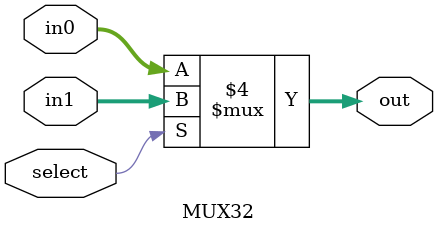
<source format=v>
`timescale 1ns / 1ps
module MUX32(select, in0, in1, out);
    // If select == 0, choose in0; otherwise choose in1
    input select;
    input [31:0]in0, in1;
    output [31:0]out;
    reg [31:0]out;

    always @ (*)  begin
        if (select == 1'b0)    out <= in0;
        else    out <= in1; 
    end
endmodule
</source>
